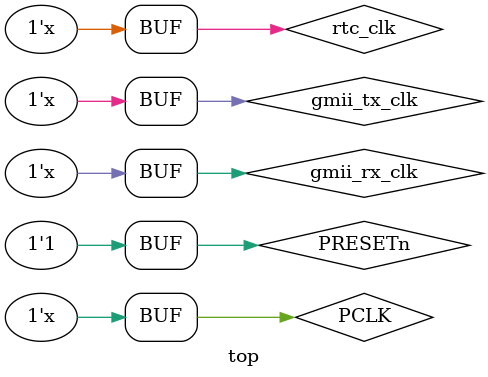
<source format=v>
`include "apb_test.v"
`timescale 1ns/1ps

`define CLK_RTC_FREQ_MHZ     125 // 124, 125, 126
`define CLK_RTC_PERIOD_NSEC  (1000000000.0/(`CLK_RTC_FREQ_MHZ*1000000.0))

`define CLK_GMII_FREQ_MHZ    125
`define CLK_GMII_PERIOD_NSEC (1000000000.0/(`CLK_GMII_FREQ_MHZ*1000000.0))

`define CLK_BUS_FREQ_MHZ     50
`define CLK_BUS_PERIOD_NSEC  (1000000000.0/(`CLK_BUS_FREQ_MHZ*1000000.0))

module top;
    //------------------------------------------
    localparam CLK_RTC_FREQ_MHZ    =`CLK_RTC_FREQ_MHZ
             , CLK_RTC_PERIOD_NSEC =`CLK_RTC_PERIOD_NSEC;
    localparam CLK_GMII_FREQ_MHZ   =`CLK_GMII_FREQ_MHZ
             , CLK_GMII_PERIOD_NSEC=`CLK_GMII_PERIOD_NSEC;
    localparam CLK_BUS_FREQ_MHZ    =`CLK_BUS_FREQ_MHZ
             , CLK_BUS_PERIOD_NSEC =`CLK_BUS_PERIOD_NSEC;
    //------------------------------------------
    reg           PRESETn=1'b0; initial begin #170; PRESETn = 1'b1; end
    reg           PCLK   =1'b0; always #(CLK_BUS_PERIOD_NSEC/2.0) PCLK <= ~PCLK;
    wire          PSEL        ;
    wire          PENABLE     ;
    wire  [31:0]  PADDR       ;
    wire          PWRITE      ;
    wire  [31:0]  PWDATA      ;
    wire  [31:0]  PRDATA      ;
    wire          IRQ_PTP  ;
    wire          IRQ_RTC  ;
    //------------------------------------------
    reg           gmii_tx_clk=1'b0; always #(CLK_GMII_PERIOD_NSEC/2.0) gmii_tx_clk <= ~gmii_tx_clk;
    wire  [ 7:0]  gmii_txd ;
    wire          gmii_txen;
    wire          gmii_txer;
    reg           gmii_rx_clk=1'b0; always #(CLK_GMII_PERIOD_NSEC/2.0) gmii_rx_clk <= #3 ~gmii_rx_clk;
    wire  [ 7:0]  gmii_rxd ;
    wire          gmii_rxdv;
    wire          gmii_rxer;
    //------------------------------------------
    // rtc_clk will be used ptpv2_slave, which has RTC its own.
    reg           rtc_clk=1'b1;
    always #(CLK_RTC_PERIOD_NSEC/2.0) rtc_clk <= #1 ~rtc_clk;
    wire          ptpv2_master;
    wire          ptp_pps     ;
    wire          ptp_ppus    ;
    wire          ptp_pp100us ;
    wire          ptp_ppms    ;
    //------------------------------------------
    localparam PTPV2_UDP=1'b1;
    //------------------------------------------
    gig_eth_ptpv2_lite_apb  #(.PTP_GMII_TX_SYNCHRONOUS(1))
    u_ptpv2_lite  (
       .PRESETn     ( PRESETn     )
     , .PCLK        ( PCLK        )
     , .PSEL        ( PSEL        )
     , .PENABLE     ( PENABLE     )
     , .PADDR       ( PADDR       )
     , .PWRITE      ( PWRITE      )
     , .PWDATA      ( PWDATA      )
     , .PRDATA      ( PRDATA      )
     , .IRQ_PTP     (IRQ_PTP    )
     , .IRQ_RTC     (IRQ_RTC    )
     , .gmii_rx_clk (gmii_rx_clk)
     , .gmii_rxd    (gmii_rxd   )
     , .gmii_rxdv   (gmii_rxdv  )
     , .gmii_rxer   (gmii_rxer  )
     , .gmii_tx_clk (gmii_tx_clk)
     , .gmii_txd    (gmii_txd   )
     , .gmii_txen   (gmii_txen  )
     , .gmii_txer   (gmii_txer  )
     , .rtc_clk     (rtc_clk    )
     , .ptpv2_master(           )
     , .ptp_pps     (ptp_pps    )
     , .ptp_ppus    (ptp_ppus   )
     , .ptp_pp100us (ptp_pp100us)
     , .ptp_ppms    (ptp_ppms   )
    );
    //------------------------------------------
    apb_test #(.PTPV2_UDP(1'b1))
    u_test (
       .PRESETn     ( PRESETn     )
     , .PCLK        ( PCLK        )
     , .PSEL        ( PSEL        )
     , .PENABLE     ( PENABLE     )
     , .PADDR       ( PADDR       )
     , .PWRITE      ( PWRITE      )
     , .PWDATA      ( PWDATA      )
     , .PRDATA      ( PRDATA      )
     , .IRQ_PTP ( IRQ_PTP )
     , .IRQ_RTC ( IRQ_RTC )
     , .gmii_tx_clk (gmii_tx_clk)
     , .gmii_txd    (gmii_txd   )
     , .gmii_txen   (gmii_txen  )
     , .gmii_txer   (gmii_txer  )
     , .gmii_rx_clk (gmii_rx_clk)
     , .gmii_rxd    (gmii_rxd   )
     , .gmii_rxdv   (gmii_rxdv  )
     , .gmii_rxer   (gmii_rxer  )
     , .ptp_pps     (ptp_pps    )
     , .ptp_ppus    (ptp_ppus   )
     , .ptp_pp100us (ptp_pp100us)
     , .ptp_ppms    (ptp_ppms   )
    );
    //------------------------------------------
    `ifdef VCD
    initial begin
        $dumpfile("wave.vcd");
        $dumpvars(0);
    end
    `endif
    //------------------------------------------
    // synthesis translate_off
    real stamp_x, stamp_y;
    initial begin
         wait (PRESETn==1'b0);
         wait (PRESETn==1'b1);
         repeat (5) @ (posedge rtc_clk);
         @ (posedge rtc_clk); stamp_x = $realtime;
         @ (posedge rtc_clk); stamp_y = $realtime;
         $display("%m rtc_clk %.2f-nsec %.2f-Hz", stamp_y - stamp_x, 1000000000.0/(stamp_y-stamp_x));
         repeat (5) @ (posedge gmii_tx_clk);
         @ (posedge gmii_tx_clk); stamp_x = $realtime;
         @ (posedge gmii_tx_clk); stamp_y = $realtime;
         $display("%m gmii_tx_clk %.2f-nsec %.2f-Hz", stamp_y - stamp_x, 1000000000.0/(stamp_y-stamp_x));
         repeat (5) @ (posedge gmii_rx_clk);
         @ (posedge gmii_rx_clk); stamp_x = $realtime;
         @ (posedge gmii_rx_clk); stamp_y = $realtime;
         $display("%m gmii_rx_clk %.2f-nsec %.2f-Hz", stamp_y - stamp_x, 1000000000.0/(stamp_y-stamp_x));
         repeat (5) @ (posedge PCLK);
         @ (posedge PCLK); stamp_x = $realtime;
         @ (posedge PCLK); stamp_y = $realtime;
         $display("%m PCLK %.2f-nsec %.2f-Hz", stamp_y - stamp_x, 1000000000.0/(stamp_y-stamp_x));
//repeat (10000) @ (posedge gmii_clk); $finish(2);
    end
    // synthesis translate_on
    //---------------------------------------------------
endmodule
//------------------------------------------------------
// Revision history:
//
// 2019.05.20: Started by Ando Ki (adki@future-ds.com)
//------------------------------------------------------

</source>
